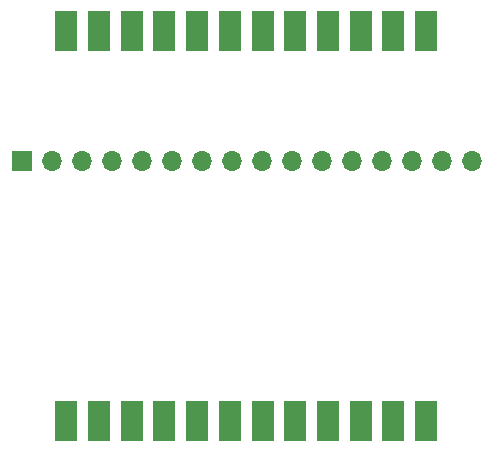
<source format=gbr>
%TF.GenerationSoftware,KiCad,Pcbnew,(5.1.12)-1*%
%TF.CreationDate,2023-06-15T15:32:22+02:00*%
%TF.ProjectId,cs1,6373312e-6b69-4636-9164-5f7063625858,rev?*%
%TF.SameCoordinates,Original*%
%TF.FileFunction,Soldermask,Top*%
%TF.FilePolarity,Negative*%
%FSLAX46Y46*%
G04 Gerber Fmt 4.6, Leading zero omitted, Abs format (unit mm)*
G04 Created by KiCad (PCBNEW (5.1.12)-1) date 2023-06-15 15:32:22*
%MOMM*%
%LPD*%
G01*
G04 APERTURE LIST*
%ADD10R,1.700000X1.700000*%
%ADD11O,1.700000X1.700000*%
%ADD12R,1.846667X3.480000*%
G04 APERTURE END LIST*
D10*
%TO.C,J3*%
X188500000Y-73500000D03*
D11*
X191040000Y-73500000D03*
X193580000Y-73500000D03*
X196120000Y-73500000D03*
X198660000Y-73500000D03*
X201200000Y-73500000D03*
X203740000Y-73500000D03*
X206280000Y-73500000D03*
X208820000Y-73500000D03*
X211360000Y-73500000D03*
X213900000Y-73500000D03*
X216440000Y-73500000D03*
X218980000Y-73500000D03*
X221520000Y-73500000D03*
X224060000Y-73500000D03*
X226600000Y-73500000D03*
%TD*%
D12*
%TO.C,J1*%
X192265000Y-62500000D03*
X195035000Y-62500000D03*
X197805000Y-62500000D03*
X200575000Y-62500000D03*
X203345000Y-62500000D03*
X206115000Y-62500000D03*
X208885000Y-62500000D03*
X211655000Y-62500000D03*
X214425000Y-62500000D03*
X217195000Y-62500000D03*
X219965000Y-62500000D03*
X222735000Y-62500000D03*
%TD*%
%TO.C,J2*%
X222735000Y-95500000D03*
X219965000Y-95500000D03*
X217195000Y-95500000D03*
X214425000Y-95500000D03*
X211655000Y-95500000D03*
X208885000Y-95500000D03*
X206115000Y-95500000D03*
X203345000Y-95500000D03*
X200575000Y-95500000D03*
X197805000Y-95500000D03*
X195035000Y-95500000D03*
X192265000Y-95500000D03*
%TD*%
M02*

</source>
